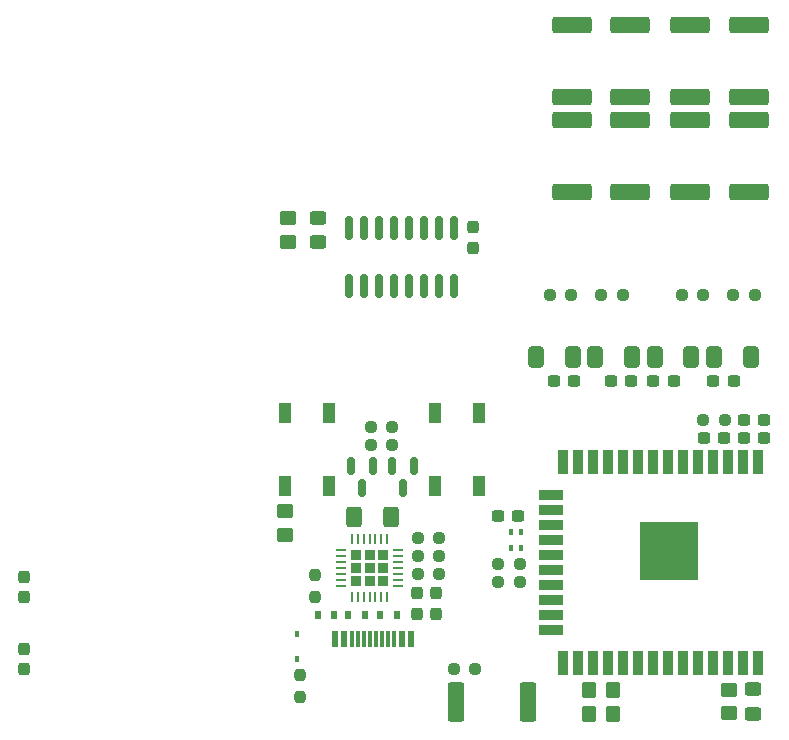
<source format=gtp>
G04 #@! TF.GenerationSoftware,KiCad,Pcbnew,(6.0.4)*
G04 #@! TF.CreationDate,2022-03-31T22:13:50+02:00*
G04 #@! TF.ProjectId,hamodule,68616d6f-6475-46c6-952e-6b696361645f,rev?*
G04 #@! TF.SameCoordinates,Original*
G04 #@! TF.FileFunction,Paste,Top*
G04 #@! TF.FilePolarity,Positive*
%FSLAX46Y46*%
G04 Gerber Fmt 4.6, Leading zero omitted, Abs format (unit mm)*
G04 Created by KiCad (PCBNEW (6.0.4)) date 2022-03-31 22:13:50*
%MOMM*%
%LPD*%
G01*
G04 APERTURE LIST*
G04 Aperture macros list*
%AMRoundRect*
0 Rectangle with rounded corners*
0 $1 Rounding radius*
0 $2 $3 $4 $5 $6 $7 $8 $9 X,Y pos of 4 corners*
0 Add a 4 corners polygon primitive as box body*
4,1,4,$2,$3,$4,$5,$6,$7,$8,$9,$2,$3,0*
0 Add four circle primitives for the rounded corners*
1,1,$1+$1,$2,$3*
1,1,$1+$1,$4,$5*
1,1,$1+$1,$6,$7*
1,1,$1+$1,$8,$9*
0 Add four rect primitives between the rounded corners*
20,1,$1+$1,$2,$3,$4,$5,0*
20,1,$1+$1,$4,$5,$6,$7,0*
20,1,$1+$1,$6,$7,$8,$9,0*
20,1,$1+$1,$8,$9,$2,$3,0*%
G04 Aperture macros list end*
%ADD10RoundRect,0.250000X-0.412500X-0.650000X0.412500X-0.650000X0.412500X0.650000X-0.412500X0.650000X0*%
%ADD11RoundRect,0.249999X-1.425001X0.450001X-1.425001X-0.450001X1.425001X-0.450001X1.425001X0.450001X0*%
%ADD12RoundRect,0.250000X0.450000X-0.325000X0.450000X0.325000X-0.450000X0.325000X-0.450000X-0.325000X0*%
%ADD13RoundRect,0.250000X0.450000X-0.350000X0.450000X0.350000X-0.450000X0.350000X-0.450000X-0.350000X0*%
%ADD14RoundRect,0.237500X-0.237500X0.300000X-0.237500X-0.300000X0.237500X-0.300000X0.237500X0.300000X0*%
%ADD15RoundRect,0.237500X0.237500X-0.300000X0.237500X0.300000X-0.237500X0.300000X-0.237500X-0.300000X0*%
%ADD16RoundRect,0.150000X0.150000X-0.825000X0.150000X0.825000X-0.150000X0.825000X-0.150000X-0.825000X0*%
%ADD17RoundRect,0.237500X-0.300000X-0.237500X0.300000X-0.237500X0.300000X0.237500X-0.300000X0.237500X0*%
%ADD18RoundRect,0.237500X0.300000X0.237500X-0.300000X0.237500X-0.300000X-0.237500X0.300000X-0.237500X0*%
%ADD19RoundRect,0.250000X0.412500X0.650000X-0.412500X0.650000X-0.412500X-0.650000X0.412500X-0.650000X0*%
%ADD20RoundRect,0.237500X-0.250000X-0.237500X0.250000X-0.237500X0.250000X0.237500X-0.250000X0.237500X0*%
%ADD21RoundRect,0.150000X-0.150000X0.587500X-0.150000X-0.587500X0.150000X-0.587500X0.150000X0.587500X0*%
%ADD22RoundRect,0.237500X0.250000X0.237500X-0.250000X0.237500X-0.250000X-0.237500X0.250000X-0.237500X0*%
%ADD23R,0.600000X0.700000*%
%ADD24R,1.100000X1.800000*%
%ADD25RoundRect,0.237500X-0.237500X0.250000X-0.237500X-0.250000X0.237500X-0.250000X0.237500X0.250000X0*%
%ADD26R,0.450000X0.600000*%
%ADD27R,0.900000X2.000000*%
%ADD28R,2.000000X0.900000*%
%ADD29R,5.000000X5.000000*%
%ADD30RoundRect,0.250000X0.400000X0.625000X-0.400000X0.625000X-0.400000X-0.625000X0.400000X-0.625000X0*%
%ADD31RoundRect,0.250000X0.350000X0.450000X-0.350000X0.450000X-0.350000X-0.450000X0.350000X-0.450000X0*%
%ADD32RoundRect,0.225000X0.225000X-0.225000X0.225000X0.225000X-0.225000X0.225000X-0.225000X-0.225000X0*%
%ADD33RoundRect,0.062500X0.062500X-0.337500X0.062500X0.337500X-0.062500X0.337500X-0.062500X-0.337500X0*%
%ADD34RoundRect,0.062500X0.337500X-0.062500X0.337500X0.062500X-0.337500X0.062500X-0.337500X-0.062500X0*%
%ADD35RoundRect,0.250000X-0.450000X0.325000X-0.450000X-0.325000X0.450000X-0.325000X0.450000X0.325000X0*%
%ADD36R,0.600000X1.450000*%
%ADD37R,0.300000X1.450000*%
%ADD38RoundRect,0.250000X-0.450000X0.350000X-0.450000X-0.350000X0.450000X-0.350000X0.450000X0.350000X0*%
%ADD39RoundRect,0.249999X-0.450001X-1.425001X0.450001X-1.425001X0.450001X1.425001X-0.450001X1.425001X0*%
%ADD40R,0.300000X0.500000*%
G04 APERTURE END LIST*
D10*
X180097900Y-120103900D03*
X183222900Y-120103900D03*
D11*
X178117500Y-91986100D03*
X178117500Y-98086100D03*
X183070500Y-91986100D03*
X183070500Y-98086100D03*
X183070500Y-100037900D03*
X183070500Y-106137900D03*
X178117500Y-100037900D03*
X178117500Y-106137900D03*
D12*
X156604500Y-110313500D03*
X156604500Y-108263500D03*
D13*
X154064500Y-110297500D03*
X154064500Y-108297500D03*
D14*
X131762500Y-144752000D03*
X131762500Y-146477000D03*
D15*
X131762500Y-140381000D03*
X131762500Y-138656000D03*
D14*
X169710100Y-109105700D03*
X169710100Y-110830700D03*
D16*
X159271500Y-114058500D03*
X160541500Y-114058500D03*
X161811500Y-114058500D03*
X163081500Y-114058500D03*
X164351500Y-114058500D03*
X165621500Y-114058500D03*
X166891500Y-114058500D03*
X168161500Y-114058500D03*
X168161500Y-109108500D03*
X166891500Y-109108500D03*
X165621500Y-109108500D03*
X164351500Y-109108500D03*
X163081500Y-109108500D03*
X161811500Y-109108500D03*
X160541500Y-109108500D03*
X159271500Y-109108500D03*
D17*
X181419500Y-122085100D03*
X183144500Y-122085100D03*
D18*
X186725900Y-122085100D03*
X185000900Y-122085100D03*
D19*
X188239800Y-120103900D03*
X185114800Y-120103900D03*
D10*
X190182500Y-120103900D03*
X193307500Y-120103900D03*
D11*
X193128900Y-100037900D03*
X193128900Y-106137900D03*
X188099700Y-91986100D03*
X188099700Y-98086100D03*
X193128900Y-91986100D03*
X193128900Y-98086100D03*
X188099700Y-100037900D03*
X188099700Y-106137900D03*
D18*
X178295300Y-122085100D03*
X176570300Y-122085100D03*
D17*
X190080900Y-122085100D03*
X191805900Y-122085100D03*
D20*
X189256000Y-125412500D03*
X191081000Y-125412500D03*
D17*
X192659000Y-125412500D03*
X194384000Y-125412500D03*
D18*
X191018500Y-126936500D03*
X189293500Y-126936500D03*
D21*
X164746500Y-129298500D03*
X162846500Y-129298500D03*
X163796500Y-131173500D03*
D20*
X161071500Y-127513500D03*
X162896500Y-127513500D03*
D22*
X162896500Y-125983500D03*
X161071500Y-125983500D03*
D23*
X157983000Y-141900900D03*
X156583000Y-141900900D03*
D24*
X166566500Y-124803500D03*
X166566500Y-131003500D03*
X170266500Y-131003500D03*
X170266500Y-124803500D03*
X157556500Y-124833500D03*
X157556500Y-131033500D03*
X153856500Y-124833500D03*
X153856500Y-131033500D03*
D14*
X164974900Y-140078300D03*
X164974900Y-141803300D03*
D20*
X165065500Y-135410900D03*
X166890500Y-135410900D03*
D22*
X166890500Y-138458900D03*
X165065500Y-138458900D03*
D20*
X165065500Y-136934900D03*
X166890500Y-136934900D03*
D14*
X166574900Y-140084800D03*
X166574900Y-141809800D03*
D25*
X156406500Y-138553000D03*
X156406500Y-140378000D03*
D26*
X154876500Y-143514100D03*
X154876500Y-145614100D03*
D23*
X160583000Y-141900900D03*
X159183000Y-141900900D03*
X161893000Y-141900900D03*
X163293000Y-141900900D03*
D27*
X193865500Y-128986500D03*
X192595500Y-128986500D03*
X191325500Y-128986500D03*
X190055500Y-128986500D03*
X188785500Y-128986500D03*
X187515500Y-128986500D03*
X186245500Y-128986500D03*
X184975500Y-128986500D03*
X183705500Y-128986500D03*
X182435500Y-128986500D03*
X181165500Y-128986500D03*
X179895500Y-128986500D03*
X178625500Y-128986500D03*
X177355500Y-128986500D03*
D28*
X176355500Y-131771500D03*
X176355500Y-133041500D03*
X176355500Y-134311500D03*
X176355500Y-135581500D03*
X176355500Y-136851500D03*
X176355500Y-138121500D03*
X176355500Y-139391500D03*
X176355500Y-140661500D03*
X176355500Y-141931500D03*
X176355500Y-143201500D03*
D27*
X177355500Y-145986500D03*
X178625500Y-145986500D03*
X179895500Y-145986500D03*
X181165500Y-145986500D03*
X182435500Y-145986500D03*
X183705500Y-145986500D03*
X184975500Y-145986500D03*
X186245500Y-145986500D03*
X187515500Y-145986500D03*
X188785500Y-145986500D03*
X190055500Y-145986500D03*
X191325500Y-145986500D03*
X192595500Y-145986500D03*
X193865500Y-145986500D03*
D29*
X186365500Y-136486500D03*
D21*
X161286500Y-129308500D03*
X159386500Y-129308500D03*
X160336500Y-131183500D03*
D30*
X162779000Y-133575500D03*
X159679000Y-133575500D03*
D31*
X181578000Y-150304500D03*
X179578000Y-150304500D03*
X181578000Y-148272500D03*
X179578000Y-148272500D03*
D32*
X160983000Y-136820900D03*
X162103000Y-139060900D03*
X162103000Y-136820900D03*
X159863000Y-136820900D03*
X159863000Y-137940900D03*
X160983000Y-137940900D03*
X160983000Y-139060900D03*
X162103000Y-137940900D03*
X159863000Y-139060900D03*
D33*
X159483000Y-140390900D03*
X159983000Y-140390900D03*
X160483000Y-140390900D03*
X160983000Y-140390900D03*
X161483000Y-140390900D03*
X161983000Y-140390900D03*
X162483000Y-140390900D03*
D34*
X163433000Y-139440900D03*
X163433000Y-138940900D03*
X163433000Y-138440900D03*
X163433000Y-137940900D03*
X163433000Y-137440900D03*
X163433000Y-136940900D03*
X163433000Y-136440900D03*
D33*
X162483000Y-135490900D03*
X161983000Y-135490900D03*
X161483000Y-135490900D03*
X160983000Y-135490900D03*
X160483000Y-135490900D03*
X159983000Y-135490900D03*
X159483000Y-135490900D03*
D34*
X158533000Y-136440900D03*
X158533000Y-136940900D03*
X158533000Y-137440900D03*
X158533000Y-137940900D03*
X158533000Y-138440900D03*
X158533000Y-138940900D03*
X158533000Y-139440900D03*
D17*
X192648500Y-126936500D03*
X194373500Y-126936500D03*
D19*
X178168300Y-120103900D03*
X175043300Y-120103900D03*
D18*
X173594100Y-133540500D03*
X171869100Y-133540500D03*
D20*
X168096500Y-146513500D03*
X169921500Y-146513500D03*
X187413900Y-114795300D03*
X189238900Y-114795300D03*
X176241700Y-114795300D03*
X178066700Y-114795300D03*
D35*
X193484500Y-148217500D03*
X193484500Y-150267500D03*
D36*
X158023000Y-143955900D03*
X158823000Y-143955900D03*
D37*
X160023000Y-143955900D03*
X161023000Y-143955900D03*
X161523000Y-143955900D03*
X162523000Y-143955900D03*
D36*
X163723000Y-143955900D03*
X164523000Y-143955900D03*
X164523000Y-143955900D03*
X163723000Y-143955900D03*
D37*
X163023000Y-143955900D03*
X162023000Y-143955900D03*
X160523000Y-143955900D03*
X159523000Y-143955900D03*
D36*
X158823000Y-143955900D03*
X158023000Y-143955900D03*
D22*
X193607700Y-114795300D03*
X191782700Y-114795300D03*
D38*
X153806500Y-133135500D03*
X153806500Y-135135500D03*
D39*
X168326500Y-149243500D03*
X174426500Y-149243500D03*
D40*
X172993100Y-136284000D03*
X173793100Y-136284000D03*
X173793100Y-134884000D03*
X172993100Y-134884000D03*
D20*
X171869100Y-137604500D03*
X173694100Y-137604500D03*
D22*
X182435500Y-114795300D03*
X180610500Y-114795300D03*
D20*
X171869100Y-139128500D03*
X173694100Y-139128500D03*
D13*
X191407500Y-150242500D03*
X191407500Y-148242500D03*
D25*
X155086500Y-147013500D03*
X155086500Y-148838500D03*
M02*

</source>
